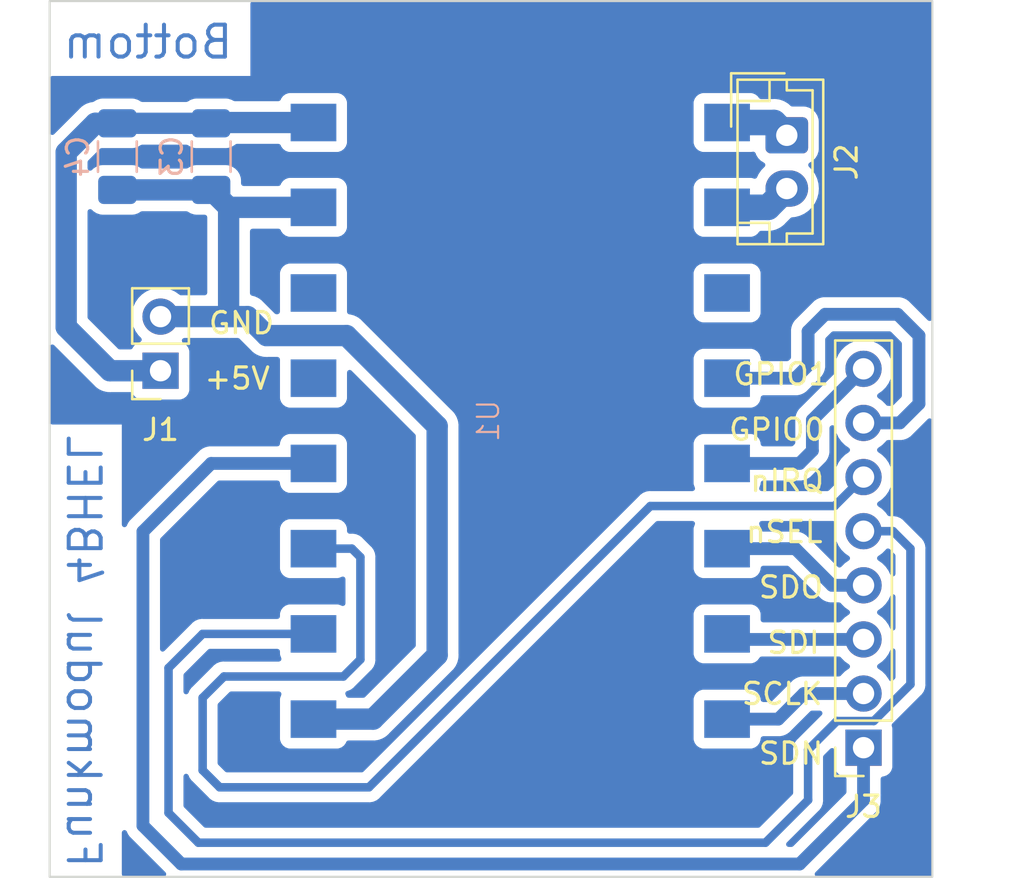
<source format=kicad_pcb>
(kicad_pcb (version 20221018) (generator pcbnew)
  (layers (0 "F.Cu" signal) (31 "B.Cu" signal) (34 "B.Paste" user) (35 "F.Paste" user) (36 "B.SilkS" user "B.Silkscreen") (37 "F.SilkS" user "F.Silkscreen") (38 "B.Mask" user) (39 "F.Mask" user) (44 "Edge.Cuts" user))
  (net 0 "")
  (net 1 "+5V")
  (net 2 "GND")
  (net 3 "/SDN")
  (net 4 "/SCLK")
  (net 5 "/SDI")
  (net 6 "/SDO")
  (net 7 "/nSEL")
  (net 8 "/nIRQ")
  (net 9 "/GPIO0")
  (net 10 "/GPIO1")
  (net 11 "/Antenne")
  (net 12 "/NC_1")
  (net 13 "/NC_2")
  (net 14 "/NC_3")
  (net 15 "/gnd")
  (footprint "Connector_JST:JST_EH_B2B-EH-A_1x02_P2.50mm_Vertical" (layer "F.Cu") (at 187.375 84 -90)
    (fp_text reference "J2" (at 1.25 -2.8 90) (layer "F.SilkS"))
    (fp_text value "Conn_01x02_Socket")
    (fp_line (start -2.91 0.11) (end -2.91 2.61) (stroke (width 0.12)) (layer "F.SilkS"))
    (fp_line (start -2.91 2.61) (end -0.41 2.61) (stroke (width 0.12)) (layer "F.SilkS"))
    (fp_line (start -2.61 -1.71) (end -2.61 2.31) (stroke (width 0.12)) (layer "F.SilkS"))
    (fp_line (start -2.61 0) (end -2.11 0) (stroke (width 0.12)) (layer "F.SilkS"))
    (fp_line (start -2.61 0.81) (end -1.61 0.81) (stroke (width 0.12)) (layer "F.SilkS"))
    (fp_line (start -2.61 2.31) (end 5.11 2.31) (stroke (width 0.12)) (layer "F.SilkS"))
    (fp_line (start -2.11 -1.21) (end 4.61 -1.21) (stroke (width 0.12)) (layer "F.SilkS"))
    (fp_line (start -2.11 0) (end -2.11 -1.21) (stroke (width 0.12)) (layer "F.SilkS"))
    (fp_line (start -1.61 0.81) (end -1.61 2.31) (stroke (width 0.12)) (layer "F.SilkS"))
    (fp_line (start 4.11 0.81) (end 4.11 2.31) (stroke (width 0.12)) (layer "F.SilkS"))
    (fp_line (start 4.61 -1.21) (end 4.61 0) (stroke (width 0.12)) (layer "F.SilkS"))
    (fp_line (start 4.61 0) (end 5.11 0) (stroke (width 0.12)) (layer "F.SilkS"))
    (fp_line (start 5.11 -1.71) (end -2.61 -1.71) (stroke (width 0.12)) (layer "F.SilkS"))
    (fp_line (start 5.11 0.81) (end 4.11 0.81) (stroke (width 0.12)) (layer "F.SilkS"))
    (fp_line (start 5.11 2.31) (end 5.11 -1.71) (stroke (width 0.12)) (layer "F.SilkS"))
    (pad "1" thru_hole roundrect (at 0 0 270) (size 1.7 2) (drill 1) (layers "*.Cu" "*.Mask") (roundrect_rratio 0.1470588235) (net 11 "/Antenne"))
    (pad "2" thru_hole oval (at 2.5 0 270) (size 1.7 2) (drill 1) (layers "*.Cu" "*.Mask") (net 15 "/gnd"))
  )
  (footprint "Connector_PinSocket_2.54mm:PinSocket_1x02_P2.54mm_Vertical" (layer "F.Cu") (at 158 95.05 180)
    (fp_text reference "J1" (at 0 -2.77) (layer "F.SilkS"))
    (fp_text value "Conn_01x02_Socket")
    (fp_line (start -1.33 1.27) (end -1.33 3.87) (stroke (width 0.12)) (layer "F.SilkS"))
    (fp_line (start -1.33 1.27) (end 1.33 1.27) (stroke (width 0.12)) (layer "F.SilkS"))
    (fp_line (start -1.33 3.87) (end 1.33 3.87) (stroke (width 0.12)) (layer "F.SilkS"))
    (fp_line (start 0 -1.33) (end 1.33 -1.33) (stroke (width 0.12)) (layer "F.SilkS"))
    (fp_line (start 1.33 -1.33) (end 1.33 0) (stroke (width 0.12)) (layer "F.SilkS"))
    (fp_line (start 1.33 1.27) (end 1.33 3.87) (stroke (width 0.12)) (layer "F.SilkS"))
    (pad "1" thru_hole rect (at 0 0 180) (size 1.7 1.7) (drill 1) (layers "*.Cu" "*.Mask") (net 1 "+5V"))
    (pad "2" thru_hole oval (at 0 2.54 180) (size 1.7 1.7) (drill 1) (layers "*.Cu" "*.Mask") (net 2 "GND"))
  )
  (footprint "Connector_PinSocket_2.54mm:PinSocket_1x08_P2.54mm_Vertical" (layer "F.Cu") (at 190.975 112.74 180)
    (fp_text reference "J3" (at 0 -2.77) (layer "F.SilkS"))
    (fp_text value "Conn_01x08_Socket")
    (fp_line (start -1.33 1.27) (end -1.33 19.11) (stroke (width 0.12)) (layer "F.SilkS"))
    (fp_line (start -1.33 1.27) (end 1.33 1.27) (stroke (width 0.12)) (layer "F.SilkS"))
    (fp_line (start -1.33 19.11) (end 1.33 19.11) (stroke (width 0.12)) (layer "F.SilkS"))
    (fp_line (start 0 -1.33) (end 1.33 -1.33) (stroke (width 0.12)) (layer "F.SilkS"))
    (fp_line (start 1.33 -1.33) (end 1.33 0) (stroke (width 0.12)) (layer "F.SilkS"))
    (fp_line (start 1.33 1.27) (end 1.33 19.11) (stroke (width 0.12)) (layer "F.SilkS"))
    (pad "1" thru_hole rect (at 0 0 180) (size 1.7 1.7) (drill 1) (layers "*.Cu" "*.Mask") (net 3 "/SDN"))
    (pad "2" thru_hole oval (at 0 2.54 180) (size 1.7 1.7) (drill 1) (layers "*.Cu" "*.Mask") (net 4 "/SCLK"))
    (pad "3" thru_hole oval (at 0 5.08 180) (size 1.7 1.7) (drill 1) (layers "*.Cu" "*.Mask") (net 5 "/SDI"))
    (pad "4" thru_hole oval (at 0 7.62 180) (size 1.7 1.7) (drill 1) (layers "*.Cu" "*.Mask") (net 6 "/SDO"))
    (pad "5" thru_hole oval (at 0 10.16 180) (size 1.7 1.7) (drill 1) (layers "*.Cu" "*.Mask") (net 7 "/nSEL"))
    (pad "6" thru_hole oval (at 0 12.7 180) (size 1.7 1.7) (drill 1) (layers "*.Cu" "*.Mask") (net 8 "/nIRQ"))
    (pad "7" thru_hole oval (at 0 15.24 180) (size 1.7 1.7) (drill 1) (layers "*.Cu" "*.Mask") (net 9 "/GPIO0"))
    (pad "8" thru_hole oval (at 0 17.78 180) (size 1.7 1.7) (drill 1) (layers "*.Cu" "*.Mask") (net 10 "/GPIO1"))
  )
  (footprint "Capacitor_SMD:C_1206_3216Metric_Pad1.33x1.80mm_HandSolder" (layer "B.Cu") (at 160.375 85 -90)
    (fp_text reference "C3" (at 0 1.85 90) (layer "B.SilkS") (effects (justify mirror)))
    (fp_text value "100n")
    (fp_line (start -0.711252 -0.91) (end 0.711252 -0.91) (stroke (width 0.12)) (layer "B.SilkS"))
    (fp_line (start -0.711252 0.91) (end 0.711252 0.91) (stroke (width 0.12)) (layer "B.SilkS"))
    (pad "1" smd roundrect (at -1.5625 0 270) (size 1.325 1.8) (layers "B.Cu" "B.Paste" "B.Mask") (roundrect_rratio 0.1886792453) (net 1 "+5V"))
    (pad "2" smd roundrect (at 1.5625 0 270) (size 1.325 1.8) (layers "B.Cu" "B.Paste" "B.Mask") (roundrect_rratio 0.1886792453) (net 2 "GND"))
  )
  (footprint "Capacitor_SMD:C_1206_3216Metric_Pad1.33x1.80mm_HandSolder" (layer "B.Cu") (at 155.975 85 -90)
    (fp_text reference "C4" (at 0 1.85 90) (layer "B.SilkS") (effects (justify mirror)))
    (fp_text value "47u")
    (fp_line (start -0.711252 -0.91) (end 0.711252 -0.91) (stroke (width 0.12)) (layer "B.SilkS"))
    (fp_line (start -0.711252 0.91) (end 0.711252 0.91) (stroke (width 0.12)) (layer "B.SilkS"))
    (pad "1" smd roundrect (at -1.5625 0 270) (size 1.325 1.8) (layers "B.Cu" "B.Paste" "B.Mask") (roundrect_rratio 0.1886792453) (net 1 "+5V"))
    (pad "2" smd roundrect (at 1.5625 0 270) (size 1.325 1.8) (layers "B.Cu" "B.Paste" "B.Mask") (roundrect_rratio 0.1886792453) (net 2 "GND"))
  )
  (footprint "RF:Si4463" (layer "B.Cu") (at 174.875 97.4 -90)
    (fp_text reference "U1" (at 0 1.5 90 unlocked) (layer "B.SilkS") (effects (font (thickness 0.1)) (justify mirror)))
    (fp_text value "Si4463_eigen")
    (pad "1" smd rect (at -14 9.7 180) (size 2.143 1.762) (layers "B.Cu" "B.Paste" "B.Mask") (net 1 "+5V"))
    (pad "2" smd rect (at -10.019 9.7 180) (size 2.143 1.762) (layers "B.Cu" "B.Paste" "B.Mask") (net 2 "GND"))
    (pad "3" smd rect (at -6 9.7 180) (size 2.143 1.762) (layers "B.Cu" "B.Paste" "B.Mask") (net 12 "/NC_1"))
    (pad "4" smd rect (at -2 9.7 180) (size 2.143 1.762) (layers "B.Cu" "B.Paste" "B.Mask") (net 13 "/NC_2"))
    (pad "5" smd rect (at 2 9.7 180) (size 2.143 1.762) (layers "B.Cu" "B.Paste" "B.Mask") (net 3 "/SDN"))
    (pad "6" smd rect (at 6 9.7 180) (size 2.143 1.762) (layers "B.Cu" "B.Paste" "B.Mask") (net 8 "/nIRQ"))
    (pad "7" smd rect (at 10 9.7 180) (size 2.143 1.762) (layers "B.Cu" "B.Paste" "B.Mask") (net 7 "/nSEL"))
    (pad "8" smd rect (at 14 9.7 180) (size 2.143 1.762) (layers "B.Cu" "B.Paste" "B.Mask") (net 2 "GND"))
    (pad "9" smd rect (at -14 -9.7 180) (size 2.143 1.762) (layers "B.Cu" "B.Paste" "B.Mask") (net 11 "/Antenne"))
    (pad "10" smd rect (at -10.019 -9.7 180) (size 2.143 1.762) (layers "B.Cu" "B.Paste" "B.Mask") (net 15 "/gnd"))
    (pad "11" smd rect (at -6 -9.7 180) (size 2.143 1.762) (layers "B.Cu" "B.Paste" "B.Mask") (net 14 "/NC_3"))
    (pad "12" smd rect (at -2 -9.7 180) (size 2.143 1.762) (layers "B.Cu" "B.Paste" "B.Mask") (net 9 "/GPIO0"))
    (pad "13" smd rect (at 2 -9.7 180) (size 2.143 1.762) (layers "B.Cu" "B.Paste" "B.Mask") (net 10 "/GPIO1"))
    (pad "14" smd rect (at 6 -9.7 180) (size 2.143 1.762) (layers "B.Cu" "B.Paste" "B.Mask") (net 6 "/SDO"))
    (pad "15" smd rect (at 10 -9.7 180) (size 2.143 1.762) (layers "B.Cu" "B.Paste" "B.Mask") (net 5 "/SDI"))
    (pad "16" smd rect (at 14 -9.7 180) (size 2.143 1.762) (layers "B.Cu" "B.Paste" "B.Mask") (net 4 "/SCLK"))
  )
  (gr_rect (start 152.8 77.7) (end 194.2 118.8) (stroke (width 0.1)) (fill none) (layer "Edge.Cuts"))
  (gr_text "Bottom" (at 161.5 80.5) (layer "B.Cu") (effects (font (size 1.5 1.5) (thickness 0.1875)) (justify left bottom mirror)))
  (gr_text "Funkmodul 4BHEL" (at 153.5 118.5 270) (layer "B.Cu") (effects (font (size 1.5 1.5) (thickness 0.1875)) (justify left bottom mirror)))
  (gr_text "+5V" (at 159.975 96) (layer "F.SilkS") (effects (font (size 1 1)) (justify left bottom)))
  (gr_text "nSEL" (at 185.375 103.2) (layer "F.SilkS") (effects (font (size 1 1)) (justify left bottom)))
  (gr_text "GPIO1" (at 184.775 95.8) (layer "F.SilkS") (effects (font (size 1 1)) (justify left bottom)))
  (gr_text "GND" (at 160.175 93.4) (layer "F.SilkS") (effects (font (size 1 1)) (justify left bottom)))
  (gr_text "SDI" (at 186.375 108.4) (layer "F.SilkS") (effects (font (size 1 1)) (justify left bottom)))
  (gr_text "SDN" (at 185.975 113.6) (layer "F.SilkS") (effects (font (size 1 1)) (justify left bottom)))
  (gr_text "GPIO0" (at 184.575 98.4) (layer "F.SilkS") (effects (font (size 1 1)) (justify left bottom)))
  (gr_text "nIRQ" (at 185.575 100.8) (layer "F.SilkS") (effects (font (size 1 1)) (justify left bottom)))
  (gr_text "SCLK" (at 185.175 110.8) (layer "F.SilkS") (effects (font (size 1 1)) (justify left bottom)))
  (gr_text "SDO" (at 185.975 105.8) (layer "F.SilkS") (effects (font (size 1 1)) (justify left bottom)))
  (segment (start 165.375 83.4) (end 160.4125 83.4) (width 1) (layer "B.Cu") (net 1))
  (segment (start 155.625 95.05) (end 153.575 93) (width 1) (layer "B.Cu") (net 1))
  (segment (start 153.575 84.8) (end 154.9375 83.4375) (width 1) (layer "B.Cu") (net 1))
  (segment (start 158 95.05) (end 155.625 95.05) (width 1) (layer "B.Cu") (net 1))
  (segment (start 160.4125 83.4) (end 160.375 83.4375) (width 1) (layer "B.Cu") (net 1))
  (segment (start 153.575 93) (end 153.575 84.8) (width 1) (layer "B.Cu") (net 1))
  (segment (start 154.9375 83.4375) (end 155.975 83.4375) (width 1) (layer "B.Cu") (net 1))
  (segment (start 160.375 83.4375) (end 155.975 83.4375) (width 1) (layer "B.Cu") (net 1))
  (segment (start 161.1935 87.381) (end 160.375 86.5625) (width 1) (layer "B.Cu") (net 2))
  (segment (start 170.975 108.4) (end 167.975 111.4) (width 1) (layer "B.Cu") (net 2))
  (segment (start 162.085 92.51) (end 162.975 93.4) (width 1) (layer "B.Cu") (net 2))
  (segment (start 158 92.51) (end 161.175 92.51) (width 1) (layer "B.Cu") (net 2))
  (segment (start 160.375 86.5625) (end 155.975 86.5625) (width 1) (layer "B.Cu") (net 2))
  (segment (start 161.1935 87.381) (end 161.1935 92.4915) (width 1) (layer "B.Cu") (net 2))
  (segment (start 170.975 97.6475) (end 170.975 108.4) (width 1) (layer "B.Cu") (net 2))
  (segment (start 166.7275 93.4) (end 170.975 97.6475) (width 1) (layer "B.Cu") (net 2))
  (segment (start 161.175 92.51) (end 162.085 92.51) (width 1) (layer "B.Cu") (net 2))
  (segment (start 167.975 111.4) (end 165.375 111.4) (width 1) (layer "B.Cu") (net 2))
  (segment (start 162.975 93.4) (end 166.7275 93.4) (width 1) (layer "B.Cu") (net 2))
  (segment (start 165.375 87.381) (end 161.1935 87.381) (width 1) (layer "B.Cu") (net 2))
  (segment (start 161.1935 92.4915) (end 161.175 92.51) (width 1) (layer "B.Cu") (net 2))
  (segment (start 157.175 102.6) (end 160.375 99.4) (width 0.6) (layer "B.Cu") (net 3))
  (segment (start 190.975 112.74) (end 190.975 115.2) (width 0.6) (layer "B.Cu") (net 3))
  (segment (start 187.975 118.2) (end 158.975 118.2) (width 0.6) (layer "B.Cu") (net 3))
  (segment (start 158.975 118.2) (end 157.175 116.4) (width 0.6) (layer "B.Cu") (net 3))
  (segment (start 160.375 99.4) (end 165.375 99.4) (width 0.6) (layer "B.Cu") (net 3))
  (segment (start 190.975 115.2) (end 187.975 118.2) (width 0.6) (layer "B.Cu") (net 3))
  (segment (start 157.175 116.4) (end 157.175 102.6) (width 0.6) (layer "B.Cu") (net 3))
  (segment (start 186.975 111.4) (end 188.175 110.2) (width 0.6) (layer "B.Cu") (net 4))
  (segment (start 188.175 110.2) (end 190.975 110.2) (width 0.6) (layer "B.Cu") (net 4))
  (segment (start 184.775 111.4) (end 186.975 111.4) (width 0.6) (layer "B.Cu") (net 4))
  (segment (start 190.975 107.66) (end 185.035 107.66) (width 0.6) (layer "B.Cu") (net 5))
  (segment (start 185.035 107.66) (end 184.775 107.4) (width 0.6) (layer "B.Cu") (net 5))
  (segment (start 189.495 105.12) (end 190.975 105.12) (width 0.6) (layer "B.Cu") (net 6))
  (segment (start 184.775 103.4) (end 187.775 103.4) (width 0.6) (layer "B.Cu") (net 6))
  (segment (start 187.775 103.4) (end 189.495 105.12) (width 0.6) (layer "B.Cu") (net 6))
  (segment (start 186.375 117.2) (end 159.775 117.2) (width 0.4) (layer "B.Cu") (net 7))
  (segment (start 158.375 115.8) (end 158.375 109) (width 0.4) (layer "B.Cu") (net 7))
  (segment (start 191.452767 111.49) (end 189.725 111.49) (width 0.4) (layer "B.Cu") (net 7))
  (segment (start 158.375 109) (end 159.975 107.4) (width 0.4) (layer "B.Cu") (net 7))
  (segment (start 188.375 112.84) (end 188.375 115.2) (width 0.4) (layer "B.Cu") (net 7))
  (segment (start 188.375 115.2) (end 186.375 117.2) (width 0.4) (layer "B.Cu") (net 7))
  (segment (start 193.175 103.4) (end 193.175 109.767767) (width 0.4) (layer "B.Cu") (net 7))
  (segment (start 189.725 111.49) (end 188.375 112.84) (width 0.4) (layer "B.Cu") (net 7))
  (segment (start 159.775 117.2) (end 158.375 115.8) (width 0.4) (layer "B.Cu") (net 7))
  (segment (start 190.975 102.58) (end 192.355 102.58) (width 0.4) (layer "B.Cu") (net 7))
  (segment (start 192.355 102.58) (end 193.175 103.4) (width 0.4) (layer "B.Cu") (net 7))
  (segment (start 193.175 109.767767) (end 191.452767 111.49) (width 0.4) (layer "B.Cu") (net 7))
  (segment (start 159.975 107.4) (end 165.375 107.4) (width 0.4) (layer "B.Cu") (net 7))
  (segment (start 166.575 109.4) (end 167.375 108.6) (width 0.4) (layer "B.Cu") (net 8))
  (segment (start 159.975 113.8) (end 159.975 110.4) (width 0.4) (layer "B.Cu") (net 8))
  (segment (start 167.375 103.8) (end 166.975 103.4) (width 0.4) (layer "B.Cu") (net 8))
  (segment (start 166.975 103.4) (end 165.375 103.4) (width 0.4) (layer "B.Cu") (net 8))
  (segment (start 160.775 114.6) (end 159.975 113.8) (width 0.4) (layer "B.Cu") (net 8))
  (segment (start 190.975 100.04) (end 189.615 101.4) (width 0.4) (layer "B.Cu") (net 8))
  (segment (start 180.975 101.4) (end 167.775 114.6) (width 0.4) (layer "B.Cu") (net 8))
  (segment (start 189.615 101.4) (end 180.975 101.4) (width 0.4) (layer "B.Cu") (net 8))
  (segment (start 167.375 108.6) (end 167.375 103.8) (width 0.4) (layer "B.Cu") (net 8))
  (segment (start 167.775 114.6) (end 160.775 114.6) (width 0.4) (layer "B.Cu") (net 8))
  (segment (start 159.975 110.4) (end 160.975 109.4) (width 0.4) (layer "B.Cu") (net 8))
  (segment (start 160.975 109.4) (end 166.575 109.4) (width 0.4) (layer "B.Cu") (net 8))
  (segment (start 189.175 92.4) (end 192.575 92.4) (width 0.6) (layer "B.Cu") (net 9))
  (segment (start 184.775 95.4) (end 187.775 95.4) (width 0.6) (layer "B.Cu") (net 9))
  (segment (start 192.675 97.5) (end 190.975 97.5) (width 0.6) (layer "B.Cu") (net 9))
  (segment (start 193.575 96.6) (end 192.675 97.5) (width 0.6) (layer "B.Cu") (net 9))
  (segment (start 188.375 94.8) (end 188.375 93.2) (width 0.6) (layer "B.Cu") (net 9))
  (segment (start 193.575 93.4) (end 193.575 96.6) (width 0.6) (layer "B.Cu") (net 9))
  (segment (start 187.775 95.4) (end 188.375 94.8) (width 0.6) (layer "B.Cu") (net 9))
  (segment (start 188.375 93.2) (end 189.175 92.4) (width 0.6) (layer "B.Cu") (net 9))
  (segment (start 192.575 92.4) (end 193.575 93.4) (width 0.6) (layer "B.Cu") (net 9))
  (segment (start 188.575 97.36) (end 188.575 98.8) (width 0.6) (layer "B.Cu") (net 10))
  (segment (start 190.975 94.96) (end 188.575 97.36) (width 0.6) (layer "B.Cu") (net 10))
  (segment (start 187.975 99.4) (end 184.775 99.4) (width 0.6) (layer "B.Cu") (net 10))
  (segment (start 188.575 98.8) (end 187.975 99.4) (width 0.6) (layer "B.Cu") (net 10))
  (segment (start 186.775 83.4) (end 187.375 84) (width 1.2) (layer "B.Cu") (net 11))
  (segment (start 184.775 83.4) (end 186.775 83.4) (width 1.2) (layer "B.Cu") (net 11))
  (segment (start 184.775 87.381) (end 186.494 87.381) (width 1.2) (layer "B.Cu") (net 15))
  (segment (start 186.494 87.381) (end 187.375 86.5) (width 1.2) (layer "B.Cu") (net 15))
  (zone (net 0) (net_name "") (layer "B.Cu") (connect_pads (clearance 0.5)) (min_thickness 0.25) (fill yes (thermal_gap 0.5) (thermal_bridge_width 0.5) (island_removal_mode 1) (island_area_min 10))
    (polygon (pts (xy 152.8 77.7) (xy 194.2 77.7) (xy 194.2 118.8) (xy 152.8 118.8)))
  )
)
</source>
